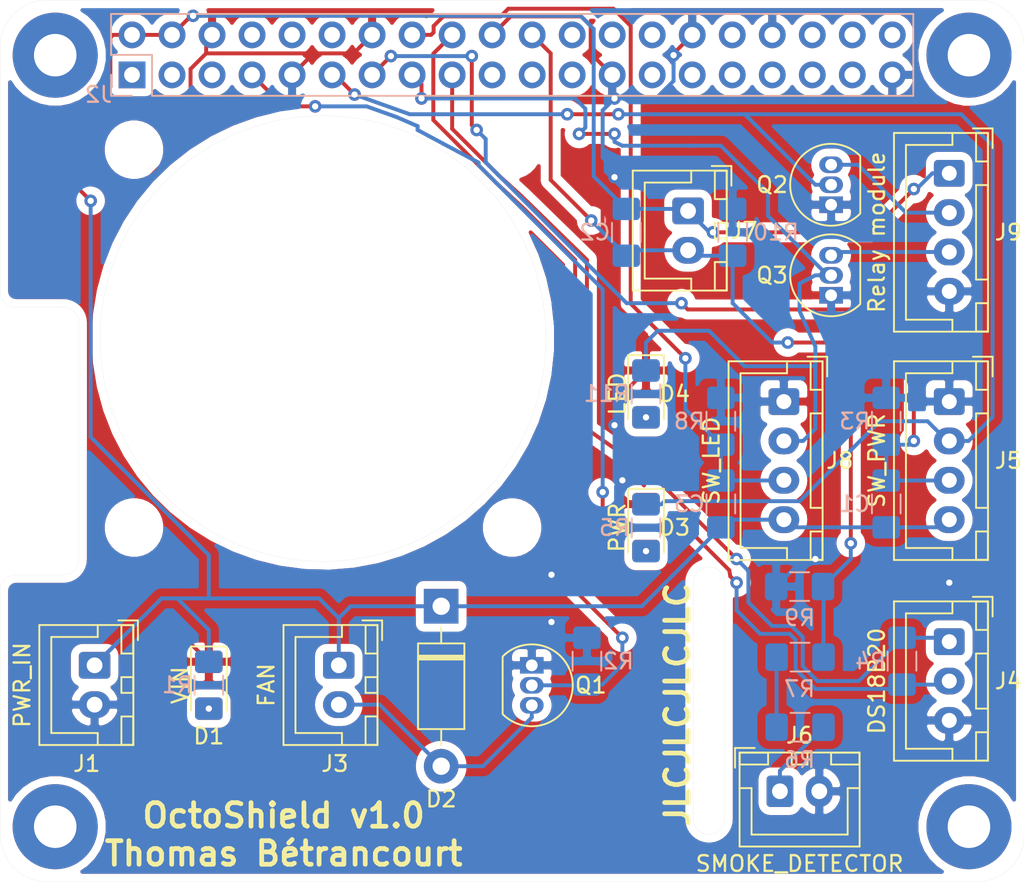
<source format=kicad_pcb>
(kicad_pcb (version 20171130) (host pcbnew 5.1.4-e60b266~84~ubuntu18.04.1)
  (layers (0 F.Cu signal) (31 B.Cu signal) (34 B.Paste user) (35 F.Paste user) (36 B.SilkS user) (37 F.SilkS user) (38 B.Mask user) (39 F.Mask user) (44 Edge.Cuts user))
  (net 0 "")
  (net 1 +5V)
  (net 2 PWR_IN)
  (net 3 EMERGENCY_IN)
  (net 4 LED_IN)
  (net 5 "Net-(D1-Pad2)")
  (net 6 GND)
  (net 7 "Net-(D2-Pad2)")
  (net 8 "Net-(D3-Pad2)")
  (net 9 "Net-(D4-Pad2)")
  (net 10 "Net-(J2-Pad40)")
  (net 11 "Net-(J2-Pad38)")
  (net 12 "Net-(J2-Pad37)")
  (net 13 "Net-(J2-Pad36)")
  (net 14 "Net-(J2-Pad35)")
  (net 15 "Net-(J2-Pad33)")
  (net 16 "Net-(J2-Pad32)")
  (net 17 "Net-(J2-Pad31)")
  (net 18 "Net-(J2-Pad29)")
  (net 19 "Net-(J2-Pad28)")
  (net 20 "Net-(J2-Pad27)")
  (net 21 "Net-(J2-Pad26)")
  (net 22 "Net-(J2-Pad24)")
  (net 23 "Net-(J2-Pad23)")
  (net 24 "Net-(J2-Pad21)")
  (net 25 "Net-(J2-Pad19)")
  (net 26 FAN_OUT)
  (net 27 +3.3V)
  (net 28 LED_OUT)
  (net 29 "Net-(J2-Pad12)")
  (net 30 PWR_OUT)
  (net 31 "Net-(J2-Pad10)")
  (net 32 "Net-(J2-Pad8)")
  (net 33 TEMP_IN)
  (net 34 "Net-(J2-Pad5)")
  (net 35 "Net-(J2-Pad3)")
  (net 36 "Net-(J6-Pad1)")
  (net 37 "Net-(J9-Pad3)")
  (net 38 "Net-(J9-Pad2)")
  (net 39 "Net-(R6-Pad2)")
  (net 40 "Net-(J2-Pad1)")
  (module Resistor_SMD:R_1206_3216Metric_Pad1.42x1.75mm_HandSolder (layer B.Cu) (at 132 147.0125 270)
    (fp_text reference R11 (at -0.0125 2.5 180) (layer B.SilkS) (effects (justify mirror)))
    (fp_text value 180)
    (pad 2 smd roundrect (at 1.4875 0 270) (size 1.425 1.75) (layers B.Cu B.Paste B.Mask) (roundrect_rratio 0.175439) (net 9 "Net-(D4-Pad2)"))
    (pad 1 smd roundrect (at -1.4875 0 270) (size 1.425 1.75) (layers B.Cu B.Paste B.Mask) (roundrect_rratio 0.175439) (net 28 LED_OUT))
  )
  (module Resistor_SMD:R_1206_3216Metric_Pad1.42x1.75mm_HandSolder (layer B.Cu) (at 137.5 136.75 270)
    (fp_text reference R10 (at 0 -2.75 180) (layer B.SilkS) (effects (justify mirror)))
    (fp_text value 10k)
    (pad 2 smd roundrect (at 1.4875 0 270) (size 1.425 1.75) (layers B.Cu B.Paste B.Mask) (roundrect_rratio 0.175439) (net 3 EMERGENCY_IN))
    (pad 1 smd roundrect (at -1.4875 0 270) (size 1.425 1.75) (layers B.Cu B.Paste B.Mask) (roundrect_rratio 0.175439) (net 6 GND))
  )
  (module Resistor_SMD:R_1206_3216Metric_Pad1.42x1.75mm_HandSolder (layer B.Cu) (at 141.75 159.25 180)
    (fp_text reference R9 (at 0 -1.9875) (layer B.SilkS) (effects (justify mirror)))
    (fp_text value 1k)
    (pad 2 smd roundrect (at 1.4875 0 180) (size 1.425 1.75) (layers B.Cu B.Paste B.Mask) (roundrect_rratio 0.175439) (net 6 GND))
    (pad 1 smd roundrect (at -1.4875 0 180) (size 1.425 1.75) (layers B.Cu B.Paste B.Mask) (roundrect_rratio 0.175439) (net 3 EMERGENCY_IN))
  )
  (module Resistor_SMD:R_1206_3216Metric_Pad1.42x1.75mm_HandSolder (layer B.Cu) (at 136.75 148.75 90)
    (fp_text reference R8 (at 0 -2) (layer B.SilkS) (effects (justify mirror)))
    (fp_text value 10k)
    (pad 2 smd roundrect (at 1.4875 0 90) (size 1.425 1.75) (layers B.Cu B.Paste B.Mask) (roundrect_rratio 0.175439) (net 6 GND))
    (pad 1 smd roundrect (at -1.4875 0 90) (size 1.425 1.75) (layers B.Cu B.Paste B.Mask) (roundrect_rratio 0.175439) (net 4 LED_IN))
  )
  (module Resistor_SMD:R_1206_3216Metric_Pad1.42x1.75mm_HandSolder (layer B.Cu) (at 141.78 163.73)
    (fp_text reference R7 (at -0.03 2.02) (layer B.SilkS) (effects (justify mirror)))
    (fp_text value 1k)
    (pad 2 smd roundrect (at 1.4875 0) (size 1.425 1.75) (layers B.Cu B.Paste B.Mask) (roundrect_rratio 0.175439) (net 3 EMERGENCY_IN))
    (pad 1 smd roundrect (at -1.4875 0) (size 1.425 1.75) (layers B.Cu B.Paste B.Mask) (roundrect_rratio 0.175439) (net 39 "Net-(R6-Pad2)"))
  )
  (module Resistor_SMD:R_1206_3216Metric_Pad1.42x1.75mm_HandSolder (layer B.Cu) (at 141.78 168.18 180)
    (fp_text reference R6 (at 0.03 -2.07) (layer B.SilkS) (effects (justify mirror)))
    (fp_text value 1k)
    (pad 2 smd roundrect (at 1.4875 0 180) (size 1.425 1.75) (layers B.Cu B.Paste B.Mask) (roundrect_rratio 0.175439) (net 39 "Net-(R6-Pad2)"))
    (pad 1 smd roundrect (at -1.4875 0 180) (size 1.425 1.75) (layers B.Cu B.Paste B.Mask) (roundrect_rratio 0.175439) (net 36 "Net-(J6-Pad1)"))
  )
  (module Resistor_SMD:R_1206_3216Metric_Pad1.42x1.75mm_HandSolder (layer B.Cu) (at 132 155.5125 270)
    (fp_text reference R5 (at 0 2 180) (layer B.SilkS) (effects (justify mirror)))
    (fp_text value 180)
    (pad 2 smd roundrect (at 1.4875 0 270) (size 1.425 1.75) (layers B.Cu B.Paste B.Mask) (roundrect_rratio 0.175439) (net 8 "Net-(D3-Pad2)"))
    (pad 1 smd roundrect (at -1.4875 0 270) (size 1.425 1.75) (layers B.Cu B.Paste B.Mask) (roundrect_rratio 0.175439) (net 30 PWR_OUT))
  )
  (module Resistor_SMD:R_1206_3216Metric_Pad1.42x1.75mm_HandSolder (layer B.Cu) (at 148.25 163.9875 90)
    (fp_text reference R4 (at 0 -2 180) (layer B.SilkS) (effects (justify mirror)))
    (fp_text value 4.7k)
    (pad 2 smd roundrect (at 1.4875 0 90) (size 1.425 1.75) (layers B.Cu B.Paste B.Mask) (roundrect_rratio 0.175439) (net 27 +3.3V))
    (pad 1 smd roundrect (at -1.4875 0 90) (size 1.425 1.75) (layers B.Cu B.Paste B.Mask) (roundrect_rratio 0.175439) (net 33 TEMP_IN))
  )
  (module Resistor_SMD:R_1206_3216Metric_Pad1.42x1.75mm_HandSolder (layer B.Cu) (at 147.25 148.75 90)
    (fp_text reference R3 (at 0 -2 180) (layer B.SilkS) (effects (justify mirror)))
    (fp_text value 10k)
    (pad 2 smd roundrect (at 1.4875 0 90) (size 1.425 1.75) (layers B.Cu B.Paste B.Mask) (roundrect_rratio 0.175439) (net 6 GND))
    (pad 1 smd roundrect (at -1.4875 0 90) (size 1.425 1.75) (layers B.Cu B.Paste B.Mask) (roundrect_rratio 0.175439) (net 2 PWR_IN))
  )
  (module Resistor_SMD:R_1206_3216Metric_Pad1.42x1.75mm_HandSolder (layer B.Cu) (at 128.25 163.9875 90)
    (fp_text reference R2 (at 0 2 -180) (layer B.SilkS) (effects (justify mirror)))
    (fp_text value 10k)
    (pad 2 smd roundrect (at 1.4875 0 90) (size 1.425 1.75) (layers B.Cu B.Paste B.Mask) (roundrect_rratio 0.175439) (net 6 GND))
    (pad 1 smd roundrect (at -1.4875 0 90) (size 1.425 1.75) (layers B.Cu B.Paste B.Mask) (roundrect_rratio 0.175439) (net 26 FAN_OUT))
  )
  (module Resistor_SMD:R_1206_3216Metric_Pad1.42x1.75mm_HandSolder (layer B.Cu) (at 104.25 165.5125 270)
    (fp_text reference R1 (at -0.0125 2 180) (layer B.SilkS) (effects (justify mirror)))
    (fp_text value 180)
    (pad 2 smd roundrect (at 1.4875 0 270) (size 1.425 1.75) (layers B.Cu B.Paste B.Mask) (roundrect_rratio 0.175439) (net 5 "Net-(D1-Pad2)"))
    (pad 1 smd roundrect (at -1.4875 0 270) (size 1.425 1.75) (layers B.Cu B.Paste B.Mask) (roundrect_rratio 0.175439) (net 1 +5V))
  )
  (module Package_TO_SOT_THT:TO-92_Inline (layer F.Cu) (at 143.75 140.75 90)
    (fp_text reference Q3 (at 1.27 -3.75 180) (layer F.SilkS))
    (fp_text value 2N7000)
    (pad 1 thru_hole rect (at 0 0 90) (size 1.05 1.5) (drill 0.75) (layers *.Cu *.Mask) (net 6 GND))
    (pad 3 thru_hole oval (at 2.54 0 90) (size 1.05 1.5) (drill 0.75) (layers *.Cu *.Mask) (net 37 "Net-(J9-Pad3)"))
    (pad 2 thru_hole oval (at 1.27 0 90) (size 1.05 1.5) (drill 0.75) (layers *.Cu *.Mask) (net 28 LED_OUT))
  )
  (module Package_TO_SOT_THT:TO-92_Inline (layer F.Cu) (at 143.75 135 90)
    (fp_text reference Q2 (at 1.27 -3.75 180) (layer F.SilkS))
    (fp_text value 2N7000)
    (pad 1 thru_hole rect (at 0 0 90) (size 1.05 1.5) (drill 0.75) (layers *.Cu *.Mask) (net 6 GND))
    (pad 3 thru_hole oval (at 2.54 0 90) (size 1.05 1.5) (drill 0.75) (layers *.Cu *.Mask) (net 38 "Net-(J9-Pad2)"))
    (pad 2 thru_hole oval (at 1.27 0 90) (size 1.05 1.5) (drill 0.75) (layers *.Cu *.Mask) (net 30 PWR_OUT))
  )
  (module Package_TO_SOT_THT:TO-92_Inline (layer F.Cu) (at 124.75 164.25 270)
    (fp_text reference Q1 (at 1.27 -3.75 180) (layer F.SilkS))
    (fp_text value 2N7000)
    (pad 1 thru_hole rect (at 0 0 270) (size 1.05 1.5) (drill 0.75) (layers *.Cu *.Mask) (net 6 GND))
    (pad 3 thru_hole oval (at 2.54 0 270) (size 1.05 1.5) (drill 0.75) (layers *.Cu *.Mask) (net 7 "Net-(D2-Pad2)"))
    (pad 2 thru_hole oval (at 1.27 0 270) (size 1.05 1.5) (drill 0.75) (layers *.Cu *.Mask) (net 26 FAN_OUT))
  )
  (module Connector_JST:JST_XH_B4B-XH-A_1x04_P2.50mm_Vertical (layer F.Cu) (at 151.25 133 270)
    (fp_text reference J9 (at 3.75 -3.75 180) (layer F.SilkS))
    (fp_text value "Relay module" (at 3.75 4.6 90) (layer F.SilkS))
    (pad 4 thru_hole oval (at 7.5 0 270) (size 1.7 1.95) (drill 0.95) (layers *.Cu *.Mask) (net 6 GND))
    (pad 3 thru_hole oval (at 5 0 270) (size 1.7 1.95) (drill 0.95) (layers *.Cu *.Mask) (net 37 "Net-(J9-Pad3)"))
    (pad 2 thru_hole oval (at 2.5 0 270) (size 1.7 1.95) (drill 0.95) (layers *.Cu *.Mask) (net 38 "Net-(J9-Pad2)"))
    (pad 1 thru_hole roundrect (at 0 0 270) (size 1.7 1.95) (drill 0.95) (layers *.Cu *.Mask) (roundrect_rratio 0.147059) (net 1 +5V))
  )
  (module Connector_JST:JST_XH_B4B-XH-A_1x04_P2.50mm_Vertical (layer F.Cu) (at 140.75 147.5 270)
    (fp_text reference J8 (at 3.75 -3.55 180) (layer F.SilkS))
    (fp_text value SW_LED (at 3.75 4.6 90) (layer F.SilkS))
    (pad 4 thru_hole oval (at 7.5 0 270) (size 1.7 1.95) (drill 0.95) (layers *.Cu *.Mask) (net 1 +5V))
    (pad 3 thru_hole oval (at 5 0 270) (size 1.7 1.95) (drill 0.95) (layers *.Cu *.Mask) (net 4 LED_IN))
    (pad 2 thru_hole oval (at 2.5 0 270) (size 1.7 1.95) (drill 0.95) (layers *.Cu *.Mask) (net 28 LED_OUT))
    (pad 1 thru_hole roundrect (at 0 0 270) (size 1.7 1.95) (drill 0.95) (layers *.Cu *.Mask) (roundrect_rratio 0.147059) (net 6 GND))
  )
  (module Connector_JST:JST_XH_B2B-XH-A_1x02_P2.50mm_Vertical (layer F.Cu) (at 134.67 135.39 270)
    (fp_text reference J7 (at 1.25 -3.55 180) (layer F.SilkS))
    (fp_text value SW_EMERG)
    (pad 2 thru_hole oval (at 2.5 0 270) (size 1.7 2) (drill 1) (layers *.Cu *.Mask) (net 3 EMERGENCY_IN))
    (pad 1 thru_hole roundrect (at 0 0 270) (size 1.7 2) (drill 1) (layers *.Cu *.Mask) (roundrect_rratio 0.147059) (net 1 +5V))
  )
  (module Connector_JST:JST_XH_B2B-XH-A_1x02_P2.50mm_Vertical (layer F.Cu) (at 140.5 172.25)
    (fp_text reference J6 (at 1.25 -3.55) (layer F.SilkS))
    (fp_text value SMOKE_DETECTOR (at 1.25 4.6) (layer F.SilkS))
    (pad 2 thru_hole oval (at 2.5 0) (size 1.7 2) (drill 1) (layers *.Cu *.Mask) (net 6 GND))
    (pad 1 thru_hole roundrect (at 0 0) (size 1.7 2) (drill 1) (layers *.Cu *.Mask) (roundrect_rratio 0.147059) (net 36 "Net-(J6-Pad1)"))
  )
  (module Connector_JST:JST_XH_B4B-XH-A_1x04_P2.50mm_Vertical (layer F.Cu) (at 151.25 147.5 270)
    (fp_text reference J5 (at 3.75 -3.75 180) (layer F.SilkS))
    (fp_text value SW_PWR (at 3.75 4.6 90) (layer F.SilkS))
    (pad 4 thru_hole oval (at 7.5 0 270) (size 1.7 1.95) (drill 0.95) (layers *.Cu *.Mask) (net 1 +5V))
    (pad 3 thru_hole oval (at 5 0 270) (size 1.7 1.95) (drill 0.95) (layers *.Cu *.Mask) (net 2 PWR_IN))
    (pad 2 thru_hole oval (at 2.5 0 270) (size 1.7 1.95) (drill 0.95) (layers *.Cu *.Mask) (net 30 PWR_OUT))
    (pad 1 thru_hole roundrect (at 0 0 270) (size 1.7 1.95) (drill 0.95) (layers *.Cu *.Mask) (roundrect_rratio 0.147059) (net 6 GND))
  )
  (module Connector_JST:JST_XH_B3B-XH-A_1x03_P2.50mm_Vertical (layer F.Cu) (at 151.25 162.75 270)
    (fp_text reference J4 (at 2.5 -3.75 180) (layer F.SilkS))
    (fp_text value DS18B20 (at 2.5 4.6 90) (layer F.SilkS))
    (pad 3 thru_hole oval (at 5 0 270) (size 1.7 1.95) (drill 0.95) (layers *.Cu *.Mask) (net 6 GND))
    (pad 2 thru_hole oval (at 2.5 0 270) (size 1.7 1.95) (drill 0.95) (layers *.Cu *.Mask) (net 33 TEMP_IN))
    (pad 1 thru_hole roundrect (at 0 0 270) (size 1.7 1.95) (drill 0.95) (layers *.Cu *.Mask) (roundrect_rratio 0.147059) (net 27 +3.3V))
  )
  (module Connector_JST:JST_XH_B2B-XH-A_1x02_P2.50mm_Vertical (layer F.Cu) (at 112.5 164.25 270)
    (fp_text reference J3 (at 6.25 0.25 180) (layer F.SilkS))
    (fp_text value FAN (at 1.25 4.6 90) (layer F.SilkS))
    (pad 2 thru_hole oval (at 2.5 0 270) (size 1.7 2) (drill 1) (layers *.Cu *.Mask) (net 7 "Net-(D2-Pad2)"))
    (pad 1 thru_hole roundrect (at 0 0 270) (size 1.7 2) (drill 1) (layers *.Cu *.Mask) (roundrect_rratio 0.147059) (net 1 +5V))
  )
  (module Connector_PinSocket_2.54mm:PinSocket_2x20_P2.54mm_Vertical (layer B.Cu) (at 99.375 126.75 270)
    (fp_text reference J2 (at 1.25 2.125) (layer B.SilkS) (effects (justify mirror)))
    (fp_text value "Raspberry Pi 2/3/4" hide)
    (pad 40 thru_hole oval (at -2.54 -48.26 270) (size 1.7 1.7) (drill 1) (layers *.Cu *.Mask) (net 10 "Net-(J2-Pad40)"))
    (pad 39 thru_hole oval (at 0 -48.26 270) (size 1.7 1.7) (drill 1) (layers *.Cu *.Mask) (net 6 GND))
    (pad 38 thru_hole oval (at -2.54 -45.72 270) (size 1.7 1.7) (drill 1) (layers *.Cu *.Mask) (net 11 "Net-(J2-Pad38)"))
    (pad 37 thru_hole oval (at 0 -45.72 270) (size 1.7 1.7) (drill 1) (layers *.Cu *.Mask) (net 12 "Net-(J2-Pad37)"))
    (pad 36 thru_hole oval (at -2.54 -43.18 270) (size 1.7 1.7) (drill 1) (layers *.Cu *.Mask) (net 13 "Net-(J2-Pad36)"))
    (pad 35 thru_hole oval (at 0 -43.18 270) (size 1.7 1.7) (drill 1) (layers *.Cu *.Mask) (net 14 "Net-(J2-Pad35)"))
    (pad 34 thru_hole oval (at -2.54 -40.64 270) (size 1.7 1.7) (drill 1) (layers *.Cu *.Mask) (net 6 GND))
    (pad 33 thru_hole oval (at 0 -40.64 270) (size 1.7 1.7) (drill 1) (layers *.Cu *.Mask) (net 15 "Net-(J2-Pad33)"))
    (pad 32 thru_hole oval (at -2.54 -38.1 270) (size 1.7 1.7) (drill 1) (layers *.Cu *.Mask) (net 16 "Net-(J2-Pad32)"))
    (pad 31 thru_hole oval (at 0 -38.1 270) (size 1.7 1.7) (drill 1) (layers *.Cu *.Mask) (net 17 "Net-(J2-Pad31)"))
    (pad 30 thru_hole oval (at -2.54 -35.56 270) (size 1.7 1.7) (drill 1) (layers *.Cu *.Mask) (net 6 GND))
    (pad 29 thru_hole oval (at 0 -35.56 270) (size 1.7 1.7) (drill 1) (layers *.Cu *.Mask) (net 18 "Net-(J2-Pad29)"))
    (pad 28 thru_hole oval (at -2.54 -33.02 270) (size 1.7 1.7) (drill 1) (layers *.Cu *.Mask) (net 19 "Net-(J2-Pad28)"))
    (pad 27 thru_hole oval (at 0 -33.02 270) (size 1.7 1.7) (drill 1) (layers *.Cu *.Mask) (net 20 "Net-(J2-Pad27)"))
    (pad 26 thru_hole oval (at -2.54 -30.48 270) (size 1.7 1.7) (drill 1) (layers *.Cu *.Mask) (net 21 "Net-(J2-Pad26)"))
    (pad 25 thru_hole oval (at 0 -30.48 270) (size 1.7 1.7) (drill 1) (layers *.Cu *.Mask) (net 6 GND))
    (pad 24 thru_hole oval (at -2.54 -27.94 270) (size 1.7 1.7) (drill 1) (layers *.Cu *.Mask) (net 22 "Net-(J2-Pad24)"))
    (pad 23 thru_hole oval (at 0 -27.94 270) (size 1.7 1.7) (drill 1) (layers *.Cu *.Mask) (net 23 "Net-(J2-Pad23)"))
    (pad 22 thru_hole oval (at -2.54 -25.4 270) (size 1.7 1.7) (drill 1) (layers *.Cu *.Mask) (net 3 EMERGENCY_IN))
    (pad 21 thru_hole oval (at 0 -25.4 270) (size 1.7 1.7) (drill 1) (layers *.Cu *.Mask) (net 24 "Net-(J2-Pad21)"))
    (pad 20 thru_hole oval (at -2.54 -22.86 270) (size 1.7 1.7) (drill 1) (layers *.Cu *.Mask) (net 6 GND))
    (pad 19 thru_hole oval (at 0 -22.86 270) (size 1.7 1.7) (drill 1) (layers *.Cu *.Mask) (net 25 "Net-(J2-Pad19)"))
    (pad 18 thru_hole oval (at -2.54 -20.32 270) (size 1.7 1.7) (drill 1) (layers *.Cu *.Mask) (net 26 FAN_OUT))
    (pad 17 thru_hole oval (at 0 -20.32 270) (size 1.7 1.7) (drill 1) (layers *.Cu *.Mask) (net 27 +3.3V))
    (pad 16 thru_hole oval (at -2.54 -17.78 270) (size 1.7 1.7) (drill 1) (layers *.Cu *.Mask) (net 4 LED_IN))
    (pad 15 thru_hole oval (at 0 -17.78 270) (size 1.7 1.7) (drill 1) (layers *.Cu *.Mask) (net 28 LED_OUT))
    (pad 14 thru_hole oval (at -2.54 -15.24 270) (size 1.7 1.7) (drill 1) (layers *.Cu *.Mask) (net 6 GND))
    (pad 13 thru_hole oval (at 0 -15.24 270) (size 1.7 1.7) (drill 1) (layers *.Cu *.Mask) (net 2 PWR_IN))
    (pad 12 thru_hole oval (at -2.54 -12.7 270) (size 1.7 1.7) (drill 1) (layers *.Cu *.Mask) (net 29 "Net-(J2-Pad12)"))
    (pad 11 thru_hole oval (at 0 -12.7 270) (size 1.7 1.7) (drill 1) (layers *.Cu *.Mask) (net 30 PWR_OUT))
    (pad 10 thru_hole oval (at -2.54 -10.16 270) (size 1.7 1.7) (drill 1) (layers *.Cu *.Mask) (net 31 "Net-(J2-Pad10)"))
    (pad 9 thru_hole oval (at 0 -10.16 270) (size 1.7 1.7) (drill 1) (layers *.Cu *.Mask) (net 6 GND))
    (pad 8 thru_hole oval (at -2.54 -7.62 270) (size 1.7 1.7) (drill 1) (layers *.Cu *.Mask) (net 32 "Net-(J2-Pad8)"))
    (pad 7 thru_hole oval (at 0 -7.62 270) (size 1.7 1.7) (drill 1) (layers *.Cu *.Mask) (net 33 TEMP_IN))
    (pad 6 thru_hole oval (at -2.54 -5.08 270) (size 1.7 1.7) (drill 1) (layers *.Cu *.Mask) (net 6 GND))
    (pad 5 thru_hole oval (at 0 -5.08 270) (size 1.7 1.7) (drill 1) (layers *.Cu *.Mask) (net 34 "Net-(J2-Pad5)"))
    (pad 4 thru_hole oval (at -2.54 -2.54 270) (size 1.7 1.7) (drill 1) (layers *.Cu *.Mask) (net 1 +5V))
    (pad 3 thru_hole oval (at 0 -2.54 270) (size 1.7 1.7) (drill 1) (layers *.Cu *.Mask) (net 35 "Net-(J2-Pad3)"))
    (pad 2 thru_hole oval (at -2.54 0 270) (size 1.7 1.7) (drill 1) (layers *.Cu *.Mask) (net 1 +5V))
    (pad 1 thru_hole rect (at 0 0 270) (size 1.7 1.7) (drill 1) (layers *.Cu *.Mask) (net 40 "Net-(J2-Pad1)"))
  )
  (module Connector_JST:JST_XH_B2B-XH-A_1x02_P2.50mm_Vertical (layer F.Cu) (at 97 164.25 270)
    (fp_text reference J1 (at 6.25 0.5 180) (layer F.SilkS))
    (fp_text value PWR_IN (at 1.25 4.6 90) (layer F.SilkS))
    (pad 2 thru_hole oval (at 2.5 0 270) (size 1.7 2) (drill 1) (layers *.Cu *.Mask) (net 6 GND))
    (pad 1 thru_hole roundrect (at 0 0 270) (size 1.7 2) (drill 1) (layers *.Cu *.Mask) (roundrect_rratio 0.147059) (net 1 +5V))
  )
  (module LED_SMD:LED_1206_3216Metric_Pad1.42x1.75mm_HandSolder (layer F.Cu) (at 132 147.0125 270)
    (fp_text reference D4 (at 0 -1.82 180) (layer F.SilkS))
    (fp_text value LED (at 0 1.82 90) (layer F.SilkS))
    (pad 2 smd roundrect (at 1.4875 0 270) (size 1.425 1.75) (layers F.Cu F.Paste F.Mask) (roundrect_rratio 0.175439) (net 9 "Net-(D4-Pad2)"))
    (pad 1 smd roundrect (at -1.4875 0 270) (size 1.425 1.75) (layers F.Cu F.Paste F.Mask) (roundrect_rratio 0.175439) (net 6 GND))
  )
  (module LED_SMD:LED_1206_3216Metric_Pad1.42x1.75mm_HandSolder (layer F.Cu) (at 132 155.5 270)
    (fp_text reference D3 (at 0 -1.82 180) (layer F.SilkS))
    (fp_text value PWR (at 0 1.82 90) (layer F.SilkS))
    (pad 2 smd roundrect (at 1.4875 0 270) (size 1.425 1.75) (layers F.Cu F.Paste F.Mask) (roundrect_rratio 0.175439) (net 8 "Net-(D3-Pad2)"))
    (pad 1 smd roundrect (at -1.4875 0 270) (size 1.425 1.75) (layers F.Cu F.Paste F.Mask) (roundrect_rratio 0.175439) (net 6 GND))
  )
  (module Diode_THT:D_DO-41_SOD81_P10.16mm_Horizontal (layer F.Cu) (at 119 160.5 270)
    (fp_text reference D2 (at 12.25 0 180) (layer F.SilkS))
    (fp_text value 1N4007)
    (pad 2 thru_hole oval (at 10.16 0 270) (size 2.2 2.2) (drill 1.1) (layers *.Cu *.Mask) (net 7 "Net-(D2-Pad2)"))
    (pad 1 thru_hole rect (at 0 0 270) (size 2.2 2.2) (drill 1.1) (layers *.Cu *.Mask) (net 1 +5V))
  )
  (module LED_SMD:LED_1206_3216Metric_Pad1.42x1.75mm_HandSolder (layer F.Cu) (at 104.25 165.5125 270)
    (fp_text reference D1 (at 3.2375 0 180) (layer F.SilkS))
    (fp_text value VIN (at 0 1.82 90) (layer F.SilkS))
    (pad 2 smd roundrect (at 1.4875 0 270) (size 1.425 1.75) (layers F.Cu F.Paste F.Mask) (roundrect_rratio 0.175439) (net 5 "Net-(D1-Pad2)"))
    (pad 1 smd roundrect (at -1.4875 0 270) (size 1.425 1.75) (layers F.Cu F.Paste F.Mask) (roundrect_rratio 0.175439) (net 6 GND))
  )
  (module Capacitor_SMD:C_1206_3216Metric_Pad1.42x1.75mm_HandSolder (layer B.Cu) (at 136.75 154 270)
    (fp_text reference C3 (at 0 2 180) (layer B.SilkS) (effects (justify mirror)))
    (fp_text value 1uF)
    (pad 2 smd roundrect (at 1.4875 0 270) (size 1.425 1.75) (layers B.Cu B.Paste B.Mask) (roundrect_rratio 0.175439) (net 1 +5V))
    (pad 1 smd roundrect (at -1.4875 0 270) (size 1.425 1.75) (layers B.Cu B.Paste B.Mask) (roundrect_rratio 0.175439) (net 4 LED_IN))
  )
  (module Capacitor_SMD:C_1206_3216Metric_Pad1.42x1.75mm_HandSolder (layer B.Cu) (at 130.75 136.75 270)
    (fp_text reference C2 (at 0 2) (layer B.SilkS) (effects (justify mirror)))
    (fp_text value 1uF)
    (pad 2 smd roundrect (at 1.4875 0 270) (size 1.425 1.75) (layers B.Cu B.Paste B.Mask) (roundrect_rratio 0.175439) (net 3 EMERGENCY_IN))
    (pad 1 smd roundrect (at -1.4875 0 270) (size 1.425 1.75) (layers B.Cu B.Paste B.Mask) (roundrect_rratio 0.175439) (net 1 +5V))
  )
  (module Capacitor_SMD:C_1206_3216Metric_Pad1.42x1.75mm_HandSolder (layer B.Cu) (at 147.25 154 270)
    (fp_text reference C1 (at 0 2 180) (layer B.SilkS) (effects (justify mirror)))
    (fp_text value 1uF)
    (pad 2 smd roundrect (at 1.4875 0 270) (size 1.425 1.75) (layers B.Cu B.Paste B.Mask) (roundrect_rratio 0.175439) (net 1 +5V))
    (pad 1 smd roundrect (at -1.4875 0 270) (size 1.425 1.75) (layers B.Cu B.Paste B.Mask) (roundrect_rratio 0.175439) (net 2 PWR_IN))
  )
  (module MountingHole:MountingHole_2.7mm (layer F.Cu) (at 99.5 155.5)
    (fp_text reference REF** hide)
    (fp_text value MountingHole_2.7mm hide)
    (pad 1 np_thru_hole circle (at 0 0) (size 2.7 2.7) (drill 2.7) (layers *.Cu *.Mask))
  )
  (module MountingHole:MountingHole_2.7mm (layer F.Cu) (at 123.5 155.5)
    (fp_text reference REF** hide)
    (fp_text value MountingHole_2.7mm hide)
    (pad 1 np_thru_hole circle (at 0 0) (size 2.7 2.7) (drill 2.7) (layers *.Cu *.Mask))
  )
  (module MountingHole:MountingHole_2.7mm (layer F.Cu) (at 99.5 131.5)
    (fp_text reference REF** hide)
    (fp_text value MountingHole_2.7mm hide)
    (pad 1 np_thru_hole circle (at 0 0) (size 2.7 2.7) (drill 2.7) (layers *.Cu *.Mask))
  )
  (module MountingHole:MountingHole_2.7mm (layer F.Cu) (at 123.5 131.5)
    (fp_text reference REF** hide)
    (fp_text value MountingHole_2.7mm hide)
    (pad 1 np_thru_hole circle (at 0 0) (size 2.7 2.7) (drill 2.7) (layers *.Cu *.Mask))
  )
  (module MountingHole:MountingHole_2.7mm_M2.5_Pad (layer F.Cu) (at 94.5 125.5)
    (fp_text reference REF** hide)
    (fp_text value MountingHole_2.7mm_M2.5_Pad hide)
    (pad 1 thru_hole circle (at 0 0) (size 5.4 5.4) (drill 2.7) (layers *.Cu *.Mask))
  )
  (module MountingHole:MountingHole_2.7mm_M2.5_Pad (layer F.Cu) (at 94.5 174.5)
    (fp_text reference REF** hide)
    (fp_text value MountingHole_2.7mm_M2.5_Pad hide)
    (pad 1 thru_hole circle (at 0 0) (size 5.4 5.4) (drill 2.7) (layers *.Cu *.Mask))
  )
  (module MountingHole:MountingHole_2.7mm_M2.5_Pad (layer F.Cu) (at 152.5 174.5)
    (fp_text reference REF** hide)
    (fp_text value MountingHole_2.7mm_M2.5_Pad hide)
    (pad 1 thru_hole circle (at 0 0) (size 5.4 5.4) (drill 2.7) (layers *.Cu *.Mask))
  )
  (module MountingHole:MountingHole_2.7mm_M2.5_Pad (layer F.Cu) (at 152.5 125.5)
    (fp_text reference REF** hide)
    (fp_text value MountingHole_2.7mm_M2.5_Pad hide)
    (pad 1 thru_hole circle (at 0 0) (size 5.4 5.4) (drill 2.7) (layers *.Cu *.Mask))
  )
  (gr_text JLCJLCJLCJLC (at 134 166.75 90) (layer F.SilkS) (effects (font (size 1.5 1.5) (thickness 0.3))))
  (gr_text "OctoShield v1.0\nThomas Bétrancourt" (at 109 175) (layer F.SilkS) (effects (font (size 1.5 1.5) (thickness 0.3))))
  (gr_arc (start 94 175) (end 91 175) (angle -90) (layer Edge.Cuts) (width 0.01))
  (gr_circle (center 111.5 143.5) (end 125.65 143.5) (layer Edge.Cuts) (width 0.01))
  (gr_arc (start 136 174) (end 135 174) (angle -180) (layer Edge.Cuts) (width 0.01))
  (gr_line (start 137 159) (end 137 174) (layer Edge.Cuts) (width 0.01))
  (gr_arc (start 136 159) (end 137 159) (angle -180) (layer Edge.Cuts) (width 0.01))
  (gr_line (start 135 174) (end 135 159) (layer Edge.Cuts) (width 0.01))
  (gr_arc (start 153 125) (end 156 125) (angle -90) (layer Edge.Cuts) (width 0.01))
  (gr_line (start 156 175) (end 156 125) (layer Edge.Cuts) (width 0.01))
  (gr_arc (start 153 175) (end 153 178) (angle -90) (layer Edge.Cuts) (width 0.01))
  (gr_line (start 94 178) (end 153 178) (layer Edge.Cuts) (width 0.01))
  (gr_line (start 91 159.5) (end 91 175) (layer Edge.Cuts) (width 0.01))
  (gr_arc (start 92 159.5) (end 92 158.5) (angle -90) (layer Edge.Cuts) (width 0.01))
  (gr_line (start 95 158.5) (end 92 158.5) (layer Edge.Cuts) (width 0.01))
  (gr_arc (start 95 157.5) (end 95 158.5) (angle -90) (layer Edge.Cuts) (width 0.01))
  (gr_line (start 96 142.5) (end 96 157.5) (layer Edge.Cuts) (width 0.01))
  (gr_arc (start 95 142.5) (end 96 142.5) (angle -90) (layer Edge.Cuts) (width 0.01))
  (gr_line (start 92 141.5) (end 95 141.5) (layer Edge.Cuts) (width 0.01))
  (gr_arc (start 92 140.5) (end 91 140.5) (angle -90) (layer Edge.Cuts) (width 0.01))
  (gr_line (start 91 125) (end 91 140.5) (layer Edge.Cuts) (width 0.01))
  (gr_arc (start 94 125) (end 94 122) (angle -90) (layer Edge.Cuts) (width 0.01))
  (gr_line (start 153 122) (end 94 122) (layer Edge.Cuts) (width 0.01))
  (segment (start 98.5 162.75) (end 97 164.25) (width 0.25) (layer B.Cu) (net 1))
  (segment (start 111.25 160) (end 112.5 161.25) (width 0.25) (layer B.Cu) (net 1))
  (segment (start 97 164.25) (end 101.25 160) (width 0.25) (layer B.Cu) (net 1))
  (segment (start 112.5 161.25) (end 112.5 164.25) (width 0.25) (layer B.Cu) (net 1))
  (segment (start 117.65 160.5) (end 119 160.5) (width 0.25) (layer B.Cu) (net 1))
  (segment (start 112.5 161.25) (end 113.25 160.5) (width 0.25) (layer B.Cu) (net 1))
  (segment (start 113.25 160.5) (end 117.65 160.5) (width 0.25) (layer B.Cu) (net 1))
  (segment (start 150.7625 155.4875) (end 151.25 155) (width 0.25) (layer B.Cu) (net 1))
  (segment (start 147.25 155.4875) (end 150.7625 155.4875) (width 0.25) (layer B.Cu) (net 1))
  (segment (start 141.2375 155.4875) (end 140.75 155) (width 0.25) (layer B.Cu) (net 1))
  (segment (start 147.25 155.4875) (end 141.2375 155.4875) (width 0.25) (layer B.Cu) (net 1))
  (segment (start 137.2375 155) (end 136.75 155.4875) (width 0.25) (layer B.Cu) (net 1))
  (segment (start 140.75 155) (end 137.2375 155) (width 0.25) (layer B.Cu) (net 1))
  (segment (start 131.7375 160.5) (end 136.75 155.4875) (width 0.25) (layer B.Cu) (net 1))
  (segment (start 119 160.5) (end 131.7375 160.5) (width 0.25) (layer B.Cu) (net 1))
  (segment (start 104.25 162) (end 102.25 160) (width 0.25) (layer B.Cu) (net 1))
  (segment (start 104.25 164.025) (end 104.25 162) (width 0.25) (layer B.Cu) (net 1))
  (segment (start 101.25 160) (end 102.25 160) (width 0.25) (layer B.Cu) (net 1))
  (segment (start 104.25 160) (end 104.25 157.25) (width 0.25) (layer B.Cu) (net 1))
  (segment (start 102.25 160) (end 104.25 160) (width 0.25) (layer B.Cu) (net 1))
  (segment (start 104.25 160) (end 111.25 160) (width 0.25) (layer B.Cu) (net 1))
  (segment (start 104.25 157.25) (end 96.75 149.75) (width 0.25) (layer B.Cu) (net 1))
  (segment (start 96.75 149.75) (end 96.75 134.75) (width 0.25) (layer B.Cu) (net 1))
  (segment (start 96.75 134.75) (end 96.75 134.75) (width 0.25) (layer B.Cu) (net 1))
  (via (at 96.75 134.75) (size 0.8) (drill 0.4) (layers F.Cu B.Cu) (net 1))
  (segment (start 98 124.382919) (end 98.172919 124.21) (width 0.25) (layer F.Cu) (net 1))
  (segment (start 98 127.5) (end 98 124.382919) (width 0.25) (layer F.Cu) (net 1))
  (segment (start 98.172919 124.21) (end 99.375 124.21) (width 0.25) (layer F.Cu) (net 1))
  (segment (start 95.5 130) (end 98 127.5) (width 0.25) (layer F.Cu) (net 1))
  (segment (start 95.5 133.5) (end 95.5 130) (width 0.25) (layer F.Cu) (net 1))
  (segment (start 96.75 134.75) (end 95.5 133.5) (width 0.25) (layer F.Cu) (net 1))
  (segment (start 99.375 124.21) (end 101.915 124.21) (width 0.25) (layer F.Cu) (net 1))
  (segment (start 150.175 133) (end 149.175 134) (width 0.25) (layer B.Cu) (net 1))
  (segment (start 151.25 133) (end 150.175 133) (width 0.25) (layer B.Cu) (net 1))
  (segment (start 149.175 134) (end 149 134) (width 0.25) (layer B.Cu) (net 1))
  (segment (start 149 134) (end 149 134) (width 0.25) (layer B.Cu) (net 1))
  (segment (start 149 134) (end 149 134) (width 0.25) (layer B.Cu) (net 1))
  (via (at 149 134) (size 0.8) (drill 0.4) (layers F.Cu B.Cu) (net 1))
  (segment (start 149 134) (end 146.25 136.75) (width 0.25) (layer F.Cu) (net 1))
  (segment (start 146.25 136.75) (end 136.25 136.75) (width 0.25) (layer F.Cu) (net 1))
  (segment (start 136.25 136.75) (end 136.25 136.75) (width 0.25) (layer F.Cu) (net 1))
  (via (at 136.25 136.75) (size 0.8) (drill 0.4) (layers F.Cu B.Cu) (net 1))
  (segment (start 136.03 136.75) (end 134.67 135.39) (width 0.25) (layer B.Cu) (net 1))
  (segment (start 136.25 136.75) (end 136.03 136.75) (width 0.25) (layer B.Cu) (net 1))
  (segment (start 134.5425 135.2625) (end 134.67 135.39) (width 0.25) (layer B.Cu) (net 1))
  (segment (start 130.75 135.2625) (end 134.5425 135.2625) (width 0.25) (layer B.Cu) (net 1))
  (segment (start 128.679999 123.835997) (end 127.844002 123) (width 0.25) (layer B.Cu) (net 1))
  (segment (start 130.75 135.2625) (end 128.679999 133.192499) (width 0.25) (layer B.Cu) (net 1))
  (segment (start 128.679999 133.192499) (end 128.679999 123.835997) (width 0.25) (layer B.Cu) (net 1))
  (segment (start 127.844002 123) (end 103.75 123) (width 0.25) (layer B.Cu) (net 1))
  (segment (start 103.75 123) (end 103.5 123) (width 0.25) (layer B.Cu) (net 1))
  (segment (start 103.5 123) (end 103.25 123) (width 0.25) (layer B.Cu) (net 1))
  (segment (start 103.25 123) (end 103.25 123) (width 0.25) (layer B.Cu) (net 1))
  (via (at 103.25 123) (size 0.8) (drill 0.4) (layers F.Cu B.Cu) (net 1))
  (segment (start 103.125 123) (end 101.915 124.21) (width 0.25) (layer F.Cu) (net 1))
  (segment (start 103.25 123) (end 103.125 123) (width 0.25) (layer F.Cu) (net 1))
  (segment (start 151.2375 152.5125) (end 151.25 152.5) (width 0.25) (layer B.Cu) (net 2))
  (segment (start 147.25 152.5125) (end 151.2375 152.5125) (width 0.25) (layer B.Cu) (net 2))
  (segment (start 147.25 150.2375) (end 147.25 152.5125) (width 0.25) (layer B.Cu) (net 2))
  (segment (start 114.615 126.75) (end 115.8075 125.5575) (width 0.25) (layer F.Cu) (net 2))
  (segment (start 115.8075 125.5575) (end 115.865 125.5) (width 0.25) (layer F.Cu) (net 2))
  (via (at 115.8075 125.5575) (size 0.8) (drill 0.4) (layers F.Cu B.Cu) (net 2))
  (segment (start 115.8075 125.5575) (end 120.9425 125.5575) (width 0.25) (layer B.Cu) (net 2))
  (segment (start 120.9425 125.5575) (end 120.9425 125.5575) (width 0.25) (layer B.Cu) (net 2))
  (via (at 120.9425 125.5575) (size 0.8) (drill 0.4) (layers F.Cu B.Cu) (net 2))
  (segment (start 120.9425 125.5575) (end 120.9425 129.9425) (width 0.25) (layer F.Cu) (net 2))
  (segment (start 120.9425 129.9425) (end 121.25 130.25) (width 0.25) (layer F.Cu) (net 2))
  (segment (start 121.25 130.25) (end 121.25 130.25) (width 0.25) (layer F.Cu) (net 2))
  (via (at 121.25 130.25) (size 0.8) (drill 0.4) (layers F.Cu B.Cu) (net 2))
  (segment (start 121.824999 132.304001) (end 130.770998 141.25) (width 0.25) (layer B.Cu) (net 2))
  (segment (start 121.824999 130.824999) (end 121.824999 132.304001) (width 0.25) (layer B.Cu) (net 2))
  (segment (start 121.25 130.25) (end 121.824999 130.824999) (width 0.25) (layer B.Cu) (net 2))
  (segment (start 130.770998 141.25) (end 134.25 141.25) (width 0.25) (layer B.Cu) (net 2))
  (segment (start 134.25 141.25) (end 134.25 141.25) (width 0.25) (layer B.Cu) (net 2))
  (via (at 134.25 141.25) (size 0.8) (drill 0.4) (layers F.Cu B.Cu) (net 2))
  (segment (start 134.649999 141.649999) (end 145.649999 141.649999) (width 0.25) (layer F.Cu) (net 2))
  (segment (start 134.25 141.25) (end 134.649999 141.649999) (width 0.25) (layer F.Cu) (net 2))
  (segment (start 145.649999 141.649999) (end 149 145) (width 0.25) (layer F.Cu) (net 2))
  (segment (start 149 145) (end 149 150) (width 0.25) (layer F.Cu) (net 2))
  (segment (start 149 150) (end 149 150) (width 0.25) (layer F.Cu) (net 2))
  (via (at 149 150) (size 0.8) (drill 0.4) (layers F.Cu B.Cu) (net 2))
  (segment (start 148.7625 150.2375) (end 149 150) (width 0.25) (layer B.Cu) (net 2))
  (segment (start 147.25 150.2375) (end 148.7625 150.2375) (width 0.25) (layer B.Cu) (net 2))
  (segment (start 135.0175 138.2375) (end 134.67 137.89) (width 0.25) (layer B.Cu) (net 3))
  (segment (start 137.5 138.2375) (end 135.0175 138.2375) (width 0.25) (layer B.Cu) (net 3))
  (segment (start 131.0975 137.89) (end 130.75 138.2375) (width 0.25) (layer B.Cu) (net 3))
  (segment (start 134.67 137.89) (end 131.0975 137.89) (width 0.25) (layer B.Cu) (net 3))
  (segment (start 143.2675 159.28) (end 143.2375 159.25) (width 0.25) (layer B.Cu) (net 3))
  (segment (start 143.2675 163.73) (end 143.2675 159.28) (width 0.25) (layer B.Cu) (net 3))
  (segment (start 128.5 136) (end 128.5 136) (width 0.25) (layer F.Cu) (net 3))
  (segment (start 137.5 138.2375) (end 137.5 139.05) (width 0.25) (layer B.Cu) (net 3))
  (segment (start 137.5 139.05) (end 137.5 141.25) (width 0.25) (layer B.Cu) (net 3))
  (segment (start 137.5 141.25) (end 140 143.75) (width 0.25) (layer B.Cu) (net 3))
  (segment (start 140 143.75) (end 141 143.75) (width 0.25) (layer B.Cu) (net 3))
  (segment (start 141 143.75) (end 141 143.75) (width 0.25) (layer B.Cu) (net 3))
  (via (at 141 143.75) (size 0.8) (drill 0.4) (layers F.Cu B.Cu) (net 3))
  (segment (start 141 143.75) (end 144 143.75) (width 0.25) (layer F.Cu) (net 3))
  (segment (start 144 143.75) (end 145 144.75) (width 0.25) (layer F.Cu) (net 3))
  (segment (start 145 144.75) (end 145 156.5) (width 0.25) (layer F.Cu) (net 3))
  (segment (start 145 156.5) (end 145 156.5) (width 0.25) (layer F.Cu) (net 3))
  (via (at 145 156.5) (size 0.8) (drill 0.4) (layers F.Cu B.Cu) (net 3))
  (segment (start 145 157.4875) (end 143.2375 159.25) (width 0.25) (layer B.Cu) (net 3))
  (segment (start 145 156.5) (end 145 157.4875) (width 0.25) (layer B.Cu) (net 3))
  (segment (start 130.75 138.2375) (end 129.22501 136.71251) (width 0.25) (layer B.Cu) (net 3))
  (segment (start 128.124991 135.600001) (end 128.52499 136) (width 0.25) (layer F.Cu) (net 3))
  (segment (start 129.22501 136.70002) (end 128.52499 136) (width 0.25) (layer B.Cu) (net 3))
  (segment (start 124.775 124.21) (end 125.950001 125.385001) (width 0.25) (layer F.Cu) (net 3))
  (segment (start 125.950001 125.385001) (end 125.950001 133.425011) (width 0.25) (layer F.Cu) (net 3))
  (via (at 128.52499 136) (size 0.8) (drill 0.4) (layers F.Cu B.Cu) (net 3))
  (segment (start 125.950001 133.425011) (end 128.124991 135.600001) (width 0.25) (layer F.Cu) (net 3))
  (segment (start 129.22501 136.71251) (end 129.22501 136.70002) (width 0.25) (layer B.Cu) (net 3))
  (segment (start 140.7375 152.5125) (end 140.75 152.5) (width 0.25) (layer B.Cu) (net 4))
  (segment (start 136.75 152.5125) (end 140.7375 152.5125) (width 0.25) (layer B.Cu) (net 4))
  (segment (start 136.75 150.2375) (end 136.75 152.5125) (width 0.25) (layer B.Cu) (net 4))
  (segment (start 134.5 144.75) (end 134.5 144.75) (width 0.25) (layer F.Cu) (net 4))
  (via (at 134.5 144.75) (size 0.8) (drill 0.4) (layers F.Cu B.Cu) (net 4))
  (segment (start 134.5 147.9875) (end 136.75 150.2375) (width 0.25) (layer B.Cu) (net 4))
  (segment (start 134.5 144.75) (end 134.5 147.9875) (width 0.25) (layer B.Cu) (net 4))
  (segment (start 131.030001 141.280001) (end 134.100001 144.350001) (width 0.25) (layer F.Cu) (net 4))
  (segment (start 118.519999 124.047082) (end 118.519999 123.645999) (width 0.25) (layer F.Cu) (net 4))
  (segment (start 118.519999 123.645999) (end 119.130999 123.034999) (width 0.25) (layer F.Cu) (net 4))
  (segment (start 129.933991 122.549989) (end 131.030001 123.645999) (width 0.25) (layer F.Cu) (net 4))
  (segment (start 118.357081 124.21) (end 118.519999 124.047082) (width 0.25) (layer F.Cu) (net 4))
  (segment (start 131.030001 123.645999) (end 131.030001 141.280001) (width 0.25) (layer F.Cu) (net 4))
  (segment (start 117.155 124.21) (end 118.357081 124.21) (width 0.25) (layer F.Cu) (net 4))
  (segment (start 123.258601 122.549989) (end 129.933991 122.549989) (width 0.25) (layer F.Cu) (net 4))
  (segment (start 134.100001 144.350001) (end 134.5 144.75) (width 0.25) (layer F.Cu) (net 4))
  (segment (start 119.130999 123.034999) (end 122.773591 123.034999) (width 0.25) (layer F.Cu) (net 4))
  (segment (start 122.773591 123.034999) (end 123.258601 122.549989) (width 0.25) (layer F.Cu) (net 4))
  (via (at 104.25 167) (size 0.8) (drill 0.4) (layers F.Cu B.Cu) (net 5))
  (segment (start 147.85 172.25) (end 144.1 172.25) (width 0.25) (layer B.Cu) (net 6))
  (segment (start 151.25 168.85) (end 147.85 172.25) (width 0.25) (layer B.Cu) (net 6))
  (segment (start 144.1 172.25) (end 143 172.25) (width 0.25) (layer B.Cu) (net 6))
  (segment (start 151.25 167.75) (end 151.25 168.85) (width 0.25) (layer B.Cu) (net 6))
  (segment (start 110.384999 125.900001) (end 109.535 126.75) (width 0.25) (layer F.Cu) (net 6))
  (segment (start 110.899999 125.385001) (end 110.384999 125.900001) (width 0.25) (layer F.Cu) (net 6))
  (segment (start 113.439999 125.385001) (end 110.899999 125.385001) (width 0.25) (layer F.Cu) (net 6))
  (segment (start 114.615 124.21) (end 113.439999 125.385001) (width 0.25) (layer F.Cu) (net 6))
  (segment (start 123.084999 123.360001) (end 122.235 124.21) (width 0.25) (layer F.Cu) (net 6))
  (segment (start 123.410001 123.034999) (end 123.084999 123.360001) (width 0.25) (layer F.Cu) (net 6))
  (segment (start 127.879001 123.034999) (end 123.410001 123.034999) (width 0.25) (layer F.Cu) (net 6))
  (segment (start 128.490001 123.645999) (end 127.879001 123.034999) (width 0.25) (layer F.Cu) (net 6))
  (segment (start 128.490001 125.385001) (end 128.490001 123.645999) (width 0.25) (layer F.Cu) (net 6))
  (segment (start 129.855 126.75) (end 128.490001 125.385001) (width 0.25) (layer F.Cu) (net 6))
  (segment (start 129.855 127.952081) (end 130 128.097081) (width 0.25) (layer F.Cu) (net 6))
  (segment (start 129.855 126.75) (end 129.855 127.952081) (width 0.25) (layer F.Cu) (net 6))
  (segment (start 130 128.097081) (end 130 128.25) (width 0.25) (layer F.Cu) (net 6))
  (segment (start 130 128.25) (end 130 128.25) (width 0.25) (layer F.Cu) (net 6))
  (via (at 130 128.25) (size 0.8) (drill 0.4) (layers F.Cu B.Cu) (net 6))
  (segment (start 132.634002 128.25) (end 133.75 127.134002) (width 0.25) (layer B.Cu) (net 6))
  (segment (start 130 128.25) (end 132.634002 128.25) (width 0.25) (layer B.Cu) (net 6))
  (segment (start 133.75 127.134002) (end 133.75 126) (width 0.25) (layer B.Cu) (net 6))
  (segment (start 133.75 126) (end 133.75 126.25) (width 0.25) (layer B.Cu) (net 6))
  (segment (start 133.75 126) (end 133.75 125.75) (width 0.25) (layer B.Cu) (net 6))
  (segment (start 133.75 125.75) (end 133.75 125.5) (width 0.25) (layer B.Cu) (net 6))
  (segment (start 133.75 125.5) (end 133.75 125.5) (width 0.25) (layer B.Cu) (net 6))
  (via (at 133.75 125.5) (size 0.8) (drill 0.4) (layers F.Cu B.Cu) (net 6))
  (segment (start 133.75 125.395) (end 134.935 124.21) (width 0.25) (layer F.Cu) (net 6))
  (segment (start 133.75 125.5) (end 133.75 125.395) (width 0.25) (layer F.Cu) (net 6))
  (segment (start 132 145.525) (end 132 143.25) (width 0.25) (layer F.Cu) (net 6))
  (segment (start 132 143.25) (end 129.25 140.5) (width 0.25) (layer F.Cu) (net 6))
  (segment (start 129.25 140.5) (end 129.25 134.75) (width 0.25) (layer F.Cu) (net 6))
  (segment (start 129.25 134.75) (end 129.25 134) (width 0.25) (layer F.Cu) (net 6))
  (segment (start 129.25 134) (end 130 133.25) (width 0.25) (layer F.Cu) (net 6))
  (segment (start 130 133.25) (end 130 133.25) (width 0.25) (layer F.Cu) (net 6))
  (via (at 130 133.25) (size 0.8) (drill 0.4) (layers F.Cu B.Cu) (net 6))
  (segment (start 129.600001 128.649999) (end 130 128.25) (width 0.25) (layer B.Cu) (net 6))
  (segment (start 129.25 129) (end 129.600001 128.649999) (width 0.25) (layer B.Cu) (net 6))
  (segment (start 129.25 132) (end 129.25 129) (width 0.25) (layer B.Cu) (net 6))
  (segment (start 130 133.25) (end 130 132.75) (width 0.25) (layer B.Cu) (net 6))
  (segment (start 130 132.75) (end 129.25 132) (width 0.25) (layer B.Cu) (net 6))
  (segment (start 131.025 154.0125) (end 130.5 153.4875) (width 0.25) (layer F.Cu) (net 6))
  (segment (start 132 154.0125) (end 131.025 154.0125) (width 0.25) (layer F.Cu) (net 6))
  (segment (start 130.5 153.4875) (end 130.5 152.5) (width 0.25) (layer F.Cu) (net 6))
  (segment (start 130.5 152.5) (end 130.5 152.5) (width 0.25) (layer F.Cu) (net 6))
  (via (at 130.5 152.5) (size 0.8) (drill 0.4) (layers F.Cu B.Cu) (net 6))
  (segment (start 130.5 152.5) (end 130.5 150) (width 0.25) (layer B.Cu) (net 6))
  (segment (start 130.5 150) (end 130 149.5) (width 0.25) (layer B.Cu) (net 6))
  (segment (start 130 149.5) (end 130 149) (width 0.25) (layer B.Cu) (net 6))
  (segment (start 130 149) (end 130 149) (width 0.25) (layer B.Cu) (net 6))
  (via (at 130 149) (size 0.8) (drill 0.4) (layers F.Cu B.Cu) (net 6))
  (segment (start 130 147.525) (end 132 145.525) (width 0.25) (layer F.Cu) (net 6))
  (segment (start 130 149) (end 130 147.525) (width 0.25) (layer F.Cu) (net 6))
  (segment (start 130.100001 152.899999) (end 130.100001 154.399999) (width 0.25) (layer B.Cu) (net 6))
  (segment (start 130.5 152.5) (end 130.100001 152.899999) (width 0.25) (layer B.Cu) (net 6))
  (segment (start 130.100001 154.399999) (end 126 158.5) (width 0.25) (layer B.Cu) (net 6))
  (segment (start 126 158.5) (end 126 158.5) (width 0.25) (layer B.Cu) (net 6))
  (segment (start 126 158.5) (end 126 158.5) (width 0.25) (layer B.Cu) (net 6))
  (via (at 126 158.5) (size 0.8) (drill 0.4) (layers F.Cu B.Cu) (net 6))
  (segment (start 125.600001 158.899999) (end 125.600001 161.100001) (width 0.25) (layer F.Cu) (net 6))
  (segment (start 126 158.5) (end 125.600001 158.899999) (width 0.25) (layer F.Cu) (net 6))
  (segment (start 125.600001 161.100001) (end 126 161.5) (width 0.25) (layer F.Cu) (net 6))
  (segment (start 126 161.5) (end 126 161.5) (width 0.25) (layer F.Cu) (net 6))
  (via (at 126 161.5) (size 0.8) (drill 0.4) (layers F.Cu B.Cu) (net 6))
  (segment (start 127 162.5) (end 128.25 162.5) (width 0.25) (layer B.Cu) (net 6))
  (segment (start 126 161.5) (end 127 162.5) (width 0.25) (layer B.Cu) (net 6))
  (segment (start 141.033847 158.478653) (end 141.033847 158.466153) (width 0.25) (layer B.Cu) (net 6))
  (segment (start 140.2625 159.25) (end 141.033847 158.478653) (width 0.25) (layer B.Cu) (net 6))
  (segment (start 141.033847 158.466153) (end 142 157.5) (width 0.25) (layer B.Cu) (net 6))
  (segment (start 142 157.5) (end 142.75 157.5) (width 0.25) (layer B.Cu) (net 6))
  (segment (start 142.75 157.5) (end 142.75 157.5) (width 0.25) (layer B.Cu) (net 6))
  (via (at 142.75 157.5) (size 0.8) (drill 0.4) (layers F.Cu B.Cu) (net 6))
  (segment (start 142.75 157.5) (end 149.75 157.5) (width 0.25) (layer F.Cu) (net 6))
  (segment (start 149.75 157.5) (end 151.25 159) (width 0.25) (layer F.Cu) (net 6))
  (segment (start 151.25 159) (end 151.25 159) (width 0.25) (layer F.Cu) (net 6))
  (via (at 151.25 159) (size 0.8) (drill 0.4) (layers F.Cu B.Cu) (net 6))
  (segment (start 151.25 159) (end 154 161.75) (width 0.25) (layer B.Cu) (net 6))
  (segment (start 154 161.75) (end 154 166.5) (width 0.25) (layer B.Cu) (net 6))
  (segment (start 152.75 167.75) (end 151.25 167.75) (width 0.25) (layer B.Cu) (net 6))
  (segment (start 154 166.5) (end 152.75 167.75) (width 0.25) (layer B.Cu) (net 6))
  (segment (start 103.090001 130.652011) (end 97.25 136.492012) (width 0.25) (layer F.Cu) (net 6))
  (segment (start 103.090001 126.375997) (end 103.090001 130.652011) (width 0.25) (layer F.Cu) (net 6))
  (segment (start 110.899999 125.385001) (end 104.080997 125.385001) (width 0.25) (layer F.Cu) (net 6))
  (segment (start 104.080997 125.385001) (end 103.090001 126.375997) (width 0.25) (layer F.Cu) (net 6))
  (segment (start 97.25 136.492012) (end 97.25 136.5) (width 0.25) (layer F.Cu) (net 6))
  (segment (start 97.25 136.5) (end 96.75 137) (width 0.25) (layer F.Cu) (net 6))
  (segment (start 96.75 156.525) (end 104.25 164.025) (width 0.25) (layer F.Cu) (net 6))
  (segment (start 96.75 137) (end 96.75 156.525) (width 0.25) (layer F.Cu) (net 6))
  (segment (start 104.080997 124.584003) (end 104.455 124.21) (width 0.25) (layer F.Cu) (net 6))
  (segment (start 104.080997 125.385001) (end 104.080997 124.584003) (width 0.25) (layer F.Cu) (net 6))
  (segment (start 115.09 166.75) (end 119 170.66) (width 0.25) (layer B.Cu) (net 7))
  (segment (start 112.5 166.75) (end 115.09 166.75) (width 0.25) (layer B.Cu) (net 7))
  (segment (start 121.655 170.66) (end 124.75 167.565) (width 0.25) (layer B.Cu) (net 7))
  (segment (start 124.75 167.565) (end 124.75 166.79) (width 0.25) (layer B.Cu) (net 7))
  (segment (start 119 170.66) (end 121.655 170.66) (width 0.25) (layer B.Cu) (net 7))
  (via (at 132 157) (size 0.8) (drill 0.4) (layers F.Cu B.Cu) (net 8))
  (via (at 132 148.5) (size 0.8) (drill 0.4) (layers F.Cu B.Cu) (net 9))
  (segment (start 128.205 165.52) (end 128.25 165.475) (width 0.25) (layer B.Cu) (net 26))
  (segment (start 124.75 165.52) (end 128.205 165.52) (width 0.25) (layer B.Cu) (net 26))
  (segment (start 129.225 165.475) (end 130.5 164.2) (width 0.25) (layer B.Cu) (net 26))
  (segment (start 128.25 165.475) (end 129.225 165.475) (width 0.25) (layer B.Cu) (net 26))
  (segment (start 130.5 164.2) (end 130.5 162.5) (width 0.25) (layer B.Cu) (net 26))
  (segment (start 130.5 162.5) (end 130.5 162.5) (width 0.25) (layer B.Cu) (net 26))
  (via (at 130.5 162.5) (size 0.8) (drill 0.4) (layers F.Cu B.Cu) (net 26))
  (segment (start 118.5 125.405) (end 118.845001 125.059999) (width 0.25) (layer F.Cu) (net 26))
  (segment (start 127.5 159.5) (end 127.5 138.5) (width 0.25) (layer F.Cu) (net 26))
  (segment (start 127.5 138.5) (end 124.25 135.25) (width 0.25) (layer F.Cu) (net 26))
  (segment (start 124.25 135.25) (end 122.509599 133.625012) (width 0.25) (layer F.Cu) (net 26))
  (segment (start 118.845001 125.059999) (end 119.695 124.21) (width 0.25) (layer F.Cu) (net 26))
  (segment (start 130.5 162.5) (end 127.5 159.5) (width 0.25) (layer F.Cu) (net 26))
  (segment (start 122.509599 133.625012) (end 118.5 129.615413) (width 0.25) (layer F.Cu) (net 26))
  (segment (start 118.5 129.615413) (end 118.5 125.405) (width 0.25) (layer F.Cu) (net 26))
  (segment (start 151 162.5) (end 151.25 162.75) (width 0.25) (layer B.Cu) (net 27))
  (segment (start 148.25 162.5) (end 151 162.5) (width 0.25) (layer B.Cu) (net 27))
  (segment (start 141.950011 164.313202) (end 141.950011 162.450011) (width 0.25) (layer B.Cu) (net 27))
  (segment (start 141.950011 162.450011) (end 141.75 162.25) (width 0.25) (layer B.Cu) (net 27))
  (segment (start 148.25 162.5) (end 145.5 165.25) (width 0.25) (layer B.Cu) (net 27))
  (segment (start 142.886809 165.25) (end 141.950011 164.313202) (width 0.25) (layer B.Cu) (net 27))
  (segment (start 145.5 165.25) (end 142.886809 165.25) (width 0.25) (layer B.Cu) (net 27))
  (segment (start 141.75 162.25) (end 141.5 162) (width 0.25) (layer B.Cu) (net 27))
  (segment (start 141.5 162) (end 141.25 161.75) (width 0.25) (layer B.Cu) (net 27))
  (segment (start 140 161.75) (end 138.5 160.25) (width 0.25) (layer B.Cu) (net 27))
  (segment (start 141.25 161.75) (end 140 161.75) (width 0.25) (layer B.Cu) (net 27))
  (segment (start 138.5 160.25) (end 138.5 158.25) (width 0.25) (layer B.Cu) (net 27))
  (segment (start 138.5 158.25) (end 137.75 157.5) (width 0.25) (layer B.Cu) (net 27))
  (segment (start 137.75 157.5) (end 137.75 157.5) (width 0.25) (layer B.Cu) (net 27))
  (via (at 137.75 157.5) (size 0.8) (drill 0.4) (layers F.Cu B.Cu) (net 27))
  (segment (start 128.25 138.5) (end 124.072661 134.427339) (width 0.25) (layer F.Cu) (net 27))
  (segment (start 119.695 130.174002) (end 119.695 127.952081) (width 0.25) (layer F.Cu) (net 27))
  (segment (start 137.75 157.5) (end 131.25 151) (width 0.25) (layer F.Cu) (net 27))
  (segment (start 122.695999 133.175001) (end 119.695 130.174002) (width 0.25) (layer F.Cu) (net 27))
  (segment (start 124.072661 134.427339) (end 122.695999 133.175001) (width 0.25) (layer F.Cu) (net 27))
  (segment (start 128.25 149.25) (end 128.25 138.5) (width 0.25) (layer F.Cu) (net 27))
  (segment (start 119.695 127.952081) (end 119.695 126.75) (width 0.25) (layer F.Cu) (net 27))
  (segment (start 130.75 151) (end 128.25 149.25) (width 0.25) (layer F.Cu) (net 27))
  (segment (start 131.25 151) (end 130.75 151) (width 0.25) (layer F.Cu) (net 27))
  (segment (start 141.975 150) (end 142.75 149.225) (width 0.25) (layer B.Cu) (net 28))
  (segment (start 142.75 139.48) (end 143.75 139.48) (width 0.25) (layer B.Cu) (net 28))
  (segment (start 141.75 140) (end 142.75 139.48) (width 0.25) (layer B.Cu) (net 28))
  (segment (start 140.75 150) (end 141.975 150) (width 0.25) (layer B.Cu) (net 28))
  (segment (start 142.75 144) (end 141.75 141.75) (width 0.25) (layer B.Cu) (net 28))
  (segment (start 141.75 141.75) (end 141.75 140) (width 0.25) (layer B.Cu) (net 28))
  (segment (start 132 145.525) (end 132 143.75) (width 0.25) (layer B.Cu) (net 28))
  (segment (start 132 143.75) (end 132.75 143) (width 0.25) (layer B.Cu) (net 28))
  (segment (start 132.75 143) (end 136 143) (width 0.25) (layer B.Cu) (net 28))
  (segment (start 138.25 145.25) (end 142.75 145.25) (width 0.25) (layer B.Cu) (net 28))
  (segment (start 136 143) (end 138.25 145.25) (width 0.25) (layer B.Cu) (net 28))
  (segment (start 142.75 149.225) (end 142.75 145.25) (width 0.25) (layer B.Cu) (net 28))
  (segment (start 142.75 145.25) (end 142.75 144) (width 0.25) (layer B.Cu) (net 28))
  (segment (start 143.525 139.48) (end 139.75 135.705) (width 0.25) (layer B.Cu) (net 28))
  (segment (start 143.75 139.48) (end 143.525 139.48) (width 0.25) (layer B.Cu) (net 28))
  (segment (start 139.75 135.705) (end 139.75 134.25) (width 0.25) (layer B.Cu) (net 28))
  (segment (start 139.75 134.25) (end 136.75 131.25) (width 0.25) (layer B.Cu) (net 28))
  (segment (start 136.75 131.25) (end 134.75 131.25) (width 0.25) (layer B.Cu) (net 28))
  (segment (start 134.75 131.25) (end 135 131.25) (width 0.25) (layer B.Cu) (net 28))
  (segment (start 130 131) (end 130 131) (width 0.25) (layer B.Cu) (net 28))
  (segment (start 127.75 130.5) (end 127.75 130.5) (width 0.25) (layer F.Cu) (net 28))
  (segment (start 127.75 130.5) (end 127.75 130.5) (width 0.25) (layer F.Cu) (net 28))
  (via (at 127.75 130.5) (size 0.8) (drill 0.4) (layers F.Cu B.Cu) (net 28))
  (segment (start 128.149999 130.100001) (end 128.149999 128.899999) (width 0.25) (layer B.Cu) (net 28))
  (segment (start 127.75 130.5) (end 128.149999 130.100001) (width 0.25) (layer B.Cu) (net 28))
  (segment (start 128.149999 128.899999) (end 127.5 128.25) (width 0.25) (layer B.Cu) (net 28))
  (segment (start 127.5 128.25) (end 123.25 128.25) (width 0.25) (layer B.Cu) (net 28))
  (segment (start 123.25 128.25) (end 123.25 128.25) (width 0.25) (layer B.Cu) (net 28))
  (segment (start 123.25 128.25) (end 117.75 128.25) (width 0.25) (layer B.Cu) (net 28))
  (segment (start 117.75 128.25) (end 117.75 128.25) (width 0.25) (layer B.Cu) (net 28))
  (via (at 117.75 128.25) (size 0.8) (drill 0.4) (layers F.Cu B.Cu) (net 28))
  (segment (start 117.75 127.345) (end 117.155 126.75) (width 0.25) (layer F.Cu) (net 28))
  (segment (start 117.75 128.25) (end 117.75 127.345) (width 0.25) (layer F.Cu) (net 28))
  (segment (start 130.5 131.25) (end 134.75 131.25) (width 0.25) (layer B.Cu) (net 28))
  (segment (start 130 130.5) (end 127.75 130.5) (width 0.25) (layer F.Cu) (net 28))
  (via (at 130 130.5) (size 0.8) (drill 0.4) (layers F.Cu B.Cu) (net 28))
  (segment (start 130 131) (end 130.5 131.25) (width 0.25) (layer B.Cu) (net 28))
  (segment (start 130 130.5) (end 130 131) (width 0.25) (layer B.Cu) (net 28))
  (segment (start 151.125 150) (end 149.875 148.75) (width 0.25) (layer B.Cu) (net 30))
  (segment (start 151.25 150) (end 151.125 150) (width 0.25) (layer B.Cu) (net 30))
  (segment (start 141.76182 153.82499) (end 133.17501 153.82499) (width 0.25) (layer B.Cu) (net 30))
  (segment (start 132.975 154.025) (end 132 154.025) (width 0.25) (layer B.Cu) (net 30))
  (segment (start 146.83681 148.75) (end 141.76182 153.82499) (width 0.25) (layer B.Cu) (net 30))
  (segment (start 133.17501 153.82499) (end 132.975 154.025) (width 0.25) (layer B.Cu) (net 30))
  (segment (start 149.875 148.75) (end 146.83681 148.75) (width 0.25) (layer B.Cu) (net 30))
  (segment (start 142.75 133.73) (end 138.27 129.25) (width 0.25) (layer B.Cu) (net 30))
  (segment (start 143.75 133.73) (end 142.75 133.73) (width 0.25) (layer B.Cu) (net 30))
  (segment (start 130.25 129.25) (end 130.25 129.25) (width 0.25) (layer B.Cu) (net 30))
  (via (at 130.25 129.25) (size 0.8) (drill 0.4) (layers F.Cu B.Cu) (net 30))
  (via (at 127 129.25) (size 0.8) (drill 0.4) (layers F.Cu B.Cu) (net 30))
  (segment (start 129.684315 129.25) (end 130.25 129.25) (width 0.25) (layer F.Cu) (net 30))
  (segment (start 127 129.25) (end 129.684315 129.25) (width 0.25) (layer F.Cu) (net 30))
  (segment (start 138 129.25) (end 130.25 129.25) (width 0.25) (layer B.Cu) (net 30))
  (segment (start 138.27 129.25) (end 138 129.25) (width 0.25) (layer B.Cu) (net 30))
  (segment (start 152.475 150) (end 154 148.475) (width 0.25) (layer B.Cu) (net 30))
  (segment (start 152 129.25) (end 138 129.25) (width 0.25) (layer B.Cu) (net 30))
  (segment (start 151.25 150) (end 152.475 150) (width 0.25) (layer B.Cu) (net 30))
  (segment (start 154 148.475) (end 154 131.25) (width 0.25) (layer B.Cu) (net 30))
  (segment (start 154 131.25) (end 152 129.25) (width 0.25) (layer B.Cu) (net 30))
  (segment (start 112.25 126.75) (end 112.075 126.75) (width 0.25) (layer F.Cu) (net 30))
  (via (at 113.5 128) (size 0.8) (drill 0.4) (layers F.Cu B.Cu) (net 30))
  (segment (start 113.5 128) (end 112.25 126.75) (width 0.25) (layer F.Cu) (net 30))
  (segment (start 117 129.25) (end 127 129.25) (width 0.25) (layer B.Cu) (net 30))
  (segment (start 113.5 128) (end 117 129.25) (width 0.25) (layer B.Cu) (net 30))
  (segment (start 151.025 165.475) (end 151.25 165.25) (width 0.25) (layer B.Cu) (net 33))
  (segment (start 148.25 165.475) (end 151.025 165.475) (width 0.25) (layer B.Cu) (net 33))
  (segment (start 141.11359 162.25) (end 139.25 162.25) (width 0.25) (layer B.Cu) (net 33))
  (segment (start 142.75 165.75) (end 141.5 164.499601) (width 0.25) (layer B.Cu) (net 33))
  (segment (start 141.5 164.499601) (end 141.5 162.63641) (width 0.25) (layer B.Cu) (net 33))
  (segment (start 147.5 165.75) (end 142.75 165.75) (width 0.25) (layer B.Cu) (net 33))
  (segment (start 141.5 162.63641) (end 141.11359 162.25) (width 0.25) (layer B.Cu) (net 33))
  (segment (start 139.25 162.25) (end 137.75 160.75) (width 0.25) (layer B.Cu) (net 33))
  (segment (start 137.75 160.75) (end 137.75 159) (width 0.25) (layer B.Cu) (net 33))
  (segment (start 137.75 159) (end 137.75 159) (width 0.25) (layer B.Cu) (net 33))
  (via (at 137.75 159) (size 0.8) (drill 0.4) (layers F.Cu B.Cu) (net 33))
  (segment (start 129.25 154.5) (end 129.25 153.25) (width 0.25) (layer F.Cu) (net 33))
  (segment (start 130.25 155.5) (end 129.25 154.5) (width 0.25) (layer F.Cu) (net 33))
  (segment (start 134.573139 155.5) (end 130.25 155.5) (width 0.25) (layer F.Cu) (net 33))
  (segment (start 137.286569 158.213431) (end 134.573139 155.5) (width 0.25) (layer F.Cu) (net 33))
  (segment (start 137.75 159) (end 137.350001 158.600001) (width 0.25) (layer F.Cu) (net 33))
  (segment (start 137.350001 158.600001) (end 137.286569 158.213431) (width 0.25) (layer F.Cu) (net 33))
  (segment (start 129.25 153.25) (end 129.25 153.25) (width 0.25) (layer F.Cu) (net 33))
  (via (at 129.25 153.25) (size 0.8) (drill 0.4) (layers F.Cu B.Cu) (net 33))
  (segment (start 111 128.75) (end 111 128.75) (width 0.25) (layer B.Cu) (net 33))
  (via (at 111 128.75) (size 0.8) (drill 0.4) (layers F.Cu B.Cu) (net 33))
  (segment (start 108.995 128.75) (end 106.995 126.75) (width 0.25) (layer F.Cu) (net 33))
  (segment (start 111 128.75) (end 108.995 128.75) (width 0.25) (layer F.Cu) (net 33))
  (segment (start 121.374988 132.490401) (end 121.374988 132.324695) (width 0.25) (layer B.Cu) (net 33))
  (segment (start 117.5 130.00665) (end 116.180938 129.435326) (width 0.25) (layer B.Cu) (net 33))
  (segment (start 117.5 130.25) (end 117.506645 130.00665) (width 0.25) (layer B.Cu) (net 33))
  (segment (start 114.262026 128.75) (end 111 128.75) (width 0.25) (layer B.Cu) (net 33))
  (segment (start 121.374988 132.324695) (end 117.5 130.25) (width 0.25) (layer B.Cu) (net 33))
  (segment (start 117.506645 130.00665) (end 117.5 130.00665) (width 0.25) (layer B.Cu) (net 33))
  (segment (start 129.25 153.25) (end 129.25 140.365412) (width 0.25) (layer B.Cu) (net 33))
  (segment (start 129.25 140.365412) (end 121.374988 132.490401) (width 0.25) (layer B.Cu) (net 33))
  (segment (start 116.180938 129.435326) (end 114.262026 128.75) (width 0.25) (layer B.Cu) (net 33))
  (segment (start 140.5 170.9475) (end 140.5 172.25) (width 0.25) (layer B.Cu) (net 36))
  (segment (start 143.2675 168.18) (end 140.5 170.9475) (width 0.25) (layer B.Cu) (net 36))
  (segment (start 143.96 138) (end 143.75 138.21) (width 0.25) (layer B.Cu) (net 37))
  (segment (start 151.25 138) (end 143.96 138) (width 0.25) (layer B.Cu) (net 37))
  (segment (start 143.75 132.46) (end 145.46 132.46) (width 0.25) (layer B.Cu) (net 38))
  (segment (start 148.5 135.5) (end 151.25 135.5) (width 0.25) (layer B.Cu) (net 38))
  (segment (start 145.46 132.46) (end 148.5 135.5) (width 0.25) (layer B.Cu) (net 38))
  (segment (start 140.2925 168.18) (end 140.2925 163.73) (width 0.25) (layer B.Cu) (net 39))
  (zone (net 6) (net_name GND) (layer B.Cu) (connect_pads (clearance 0.508)) (min_thickness 0.254) (fill yes (arc_segments 32) (thermal_gap 0.508) (thermal_bridge_width 0.508))
    (polygon (pts (xy 91 171.75) (xy 91 178) (xy 156 178) (xy 156 122) (xy 91 122) (xy 91 171.5)))
  )
  (zone (net 6) (net_name GND) (layer F.Cu) (connect_pads (clearance 0.508)) (min_thickness 0.254) (fill yes (arc_segments 32) (thermal_gap 0.508) (thermal_bridge_width 0.508))
    (polygon (pts (xy 91 122) (xy 91 178) (xy 156 178) (xy 156 122)))
  )
)
</source>
